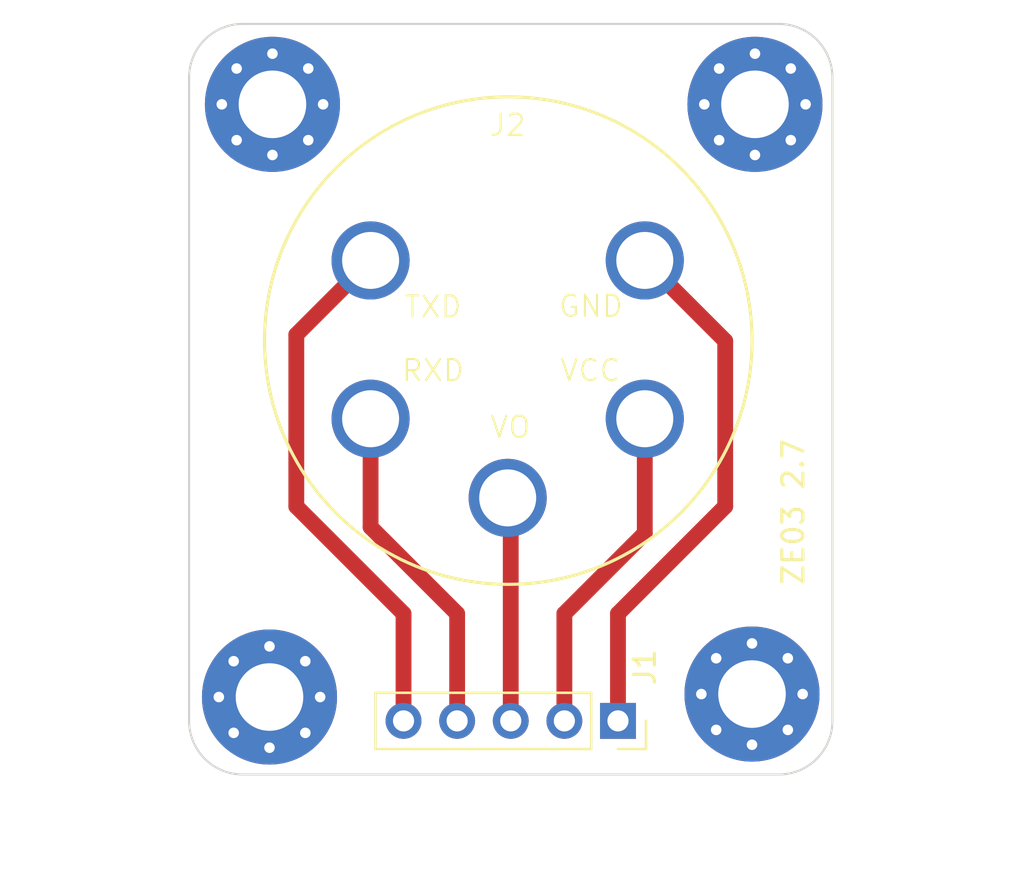
<source format=kicad_pcb>
(kicad_pcb (version 20221018) (generator pcbnew)
  (layers (0 "F.Cu" signal) (31 "B.Cu" signal) (34 "B.Paste" user) (35 "F.Paste" user) (36 "B.SilkS" user "B.Silkscreen") (37 "F.SilkS" user "F.Silkscreen") (38 "B.Mask" user) (39 "F.Mask" user) (44 "Edge.Cuts" user))
  (net 0 "")
  (net 1 "Net-(J1-Pin_1)")
  (net 2 "Net-(J1-Pin_2)")
  (net 3 "Net-(J1-Pin_3)")
  (net 4 "Net-(J1-Pin_4)")
  (net 5 "Net-(J1-Pin_5)")
  (footprint "sensors:ZE03 2.7" (layer "F.Cu") (at 34.1449 35.275)
    (fp_text reference "J2" (at 0 -10.16 unlocked) (layer "F.SilkS") (effects (font (thickness 0.1))))
    (fp_text value "ZE03")
    (fp_text user "VO" (at -0.894691 4.734406 unlocked) (layer "F.SilkS") (effects (font (thickness 0.1)) (justify left bottom)))
    (fp_text user "TXD" (at -4.958079 -0.969248 unlocked) (layer "F.SilkS") (effects (font (thickness 0.1)) (justify left bottom)))
    (fp_text user "GND" (at 2.354566 -0.996442 unlocked) (layer "F.SilkS") (effects (font (thickness 0.1)) (justify left bottom)))
    (fp_text user "VCC" (at 2.423121 2.050333 unlocked) (layer "F.SilkS") (effects (font (thickness 0.1)) (justify left bottom)))
    (fp_text user "RXD" (at -5.08 2.050333 unlocked) (layer "F.SilkS") (effects (font (thickness 0.1)) (justify left bottom)))
    (pad "1" thru_hole circle (at 6.4951 -3.75) (size 3.7 3.7) (drill 2.7) (layers "*.Cu" "*.Mask") (net 1 "Net-(J1-Pin_1)"))
    (pad "2" thru_hole circle (at 6.4951 3.75) (size 3.7 3.7) (drill 2.7) (layers "*.Cu" "*.Mask") (net 2 "Net-(J1-Pin_2)"))
    (pad "3" thru_hole circle (at 0 7.5) (size 3.7 3.7) (drill 2.7) (layers "*.Cu" "*.Mask") (net 3 "Net-(J1-Pin_3)"))
    (pad "4" thru_hole circle (at -6.4951 3.75) (size 3.7 3.7) (drill 2.7) (layers "*.Cu" "*.Mask") (net 4 "Net-(J1-Pin_4)"))
    (pad "5" thru_hole circle (at -6.4951 -3.75) (size 3.7 3.7) (drill 2.7) (layers "*.Cu" "*.Mask") (net 5 "Net-(J1-Pin_5)"))
  )
  (footprint "MountingHole:MountingHole_3.2mm_M3_Pad_Via" (layer "F.Cu") (at 23 24.13)
    (fp_text reference "REF**" hide)
    (fp_text value "MountingHole_3.2mm_M3_Pad_Via")
    (pad "1" thru_hole circle (at -2.4 0) (size 0.8 0.8) (drill 0.5) (layers "*.Cu" "*.Mask"))
    (pad "1" thru_hole circle (at -1.697056 -1.697056) (size 0.8 0.8) (drill 0.5) (layers "*.Cu" "*.Mask"))
    (pad "1" thru_hole circle (at -1.697056 1.697056) (size 0.8 0.8) (drill 0.5) (layers "*.Cu" "*.Mask"))
    (pad "1" thru_hole circle (at 0 -2.4) (size 0.8 0.8) (drill 0.5) (layers "*.Cu" "*.Mask"))
    (pad "1" thru_hole circle (at 0 0) (size 6.4 6.4) (drill 3.2) (layers "*.Cu" "*.Mask"))
    (pad "1" thru_hole circle (at 0 2.4) (size 0.8 0.8) (drill 0.5) (layers "*.Cu" "*.Mask"))
    (pad "1" thru_hole circle (at 1.697056 -1.697056) (size 0.8 0.8) (drill 0.5) (layers "*.Cu" "*.Mask"))
    (pad "1" thru_hole circle (at 1.697056 1.697056) (size 0.8 0.8) (drill 0.5) (layers "*.Cu" "*.Mask"))
    (pad "1" thru_hole circle (at 2.4 0) (size 0.8 0.8) (drill 0.5) (layers "*.Cu" "*.Mask"))
  )
  (footprint "MountingHole:MountingHole_3.2mm_M3_Pad_Via" (layer "F.Cu") (at 45.72 52.07)
    (fp_text reference "REF**" hide)
    (fp_text value "MountingHole_3.2mm_M3_Pad_Via")
    (pad "1" thru_hole circle (at -2.4 0) (size 0.8 0.8) (drill 0.5) (layers "*.Cu" "*.Mask"))
    (pad "1" thru_hole circle (at -1.697056 -1.697056) (size 0.8 0.8) (drill 0.5) (layers "*.Cu" "*.Mask"))
    (pad "1" thru_hole circle (at -1.697056 1.697056) (size 0.8 0.8) (drill 0.5) (layers "*.Cu" "*.Mask"))
    (pad "1" thru_hole circle (at 0 -2.4) (size 0.8 0.8) (drill 0.5) (layers "*.Cu" "*.Mask"))
    (pad "1" thru_hole circle (at 0 0) (size 6.4 6.4) (drill 3.2) (layers "*.Cu" "*.Mask"))
    (pad "1" thru_hole circle (at 0 2.4) (size 0.8 0.8) (drill 0.5) (layers "*.Cu" "*.Mask"))
    (pad "1" thru_hole circle (at 1.697056 -1.697056) (size 0.8 0.8) (drill 0.5) (layers "*.Cu" "*.Mask"))
    (pad "1" thru_hole circle (at 1.697056 1.697056) (size 0.8 0.8) (drill 0.5) (layers "*.Cu" "*.Mask"))
    (pad "1" thru_hole circle (at 2.4 0) (size 0.8 0.8) (drill 0.5) (layers "*.Cu" "*.Mask"))
  )
  (footprint "MountingHole:MountingHole_3.2mm_M3_Pad_Via" (layer "F.Cu") (at 45.86 24.13)
    (fp_text reference "REF**" hide)
    (fp_text value "MountingHole_3.2mm_M3_Pad_Via")
    (pad "1" thru_hole circle (at -2.4 0) (size 0.8 0.8) (drill 0.5) (layers "*.Cu" "*.Mask"))
    (pad "1" thru_hole circle (at -1.697056 -1.697056) (size 0.8 0.8) (drill 0.5) (layers "*.Cu" "*.Mask"))
    (pad "1" thru_hole circle (at -1.697056 1.697056) (size 0.8 0.8) (drill 0.5) (layers "*.Cu" "*.Mask"))
    (pad "1" thru_hole circle (at 0 -2.4) (size 0.8 0.8) (drill 0.5) (layers "*.Cu" "*.Mask"))
    (pad "1" thru_hole circle (at 0 0) (size 6.4 6.4) (drill 3.2) (layers "*.Cu" "*.Mask"))
    (pad "1" thru_hole circle (at 0 2.4) (size 0.8 0.8) (drill 0.5) (layers "*.Cu" "*.Mask"))
    (pad "1" thru_hole circle (at 1.697056 -1.697056) (size 0.8 0.8) (drill 0.5) (layers "*.Cu" "*.Mask"))
    (pad "1" thru_hole circle (at 1.697056 1.697056) (size 0.8 0.8) (drill 0.5) (layers "*.Cu" "*.Mask"))
    (pad "1" thru_hole circle (at 2.4 0) (size 0.8 0.8) (drill 0.5) (layers "*.Cu" "*.Mask"))
  )
  (footprint "Connector_PinSocket_2.54mm:PinSocket_1x05_P2.54mm_Vertical" (layer "F.Cu") (at 39.37 53.34 -90)
    (fp_text reference "J1" (at -2.54 -1.27 90) (layer "F.SilkS"))
    (fp_text value "Conn_01x05_Socket")
    (fp_line (start -1.33 1.27) (end -1.33 11.49) (stroke (width 0.12)) (layer "F.SilkS"))
    (fp_line (start -1.33 1.27) (end 1.33 1.27) (stroke (width 0.12)) (layer "F.SilkS"))
    (fp_line (start -1.33 11.49) (end 1.33 11.49) (stroke (width 0.12)) (layer "F.SilkS"))
    (fp_line (start 0 -1.33) (end 1.33 -1.33) (stroke (width 0.12)) (layer "F.SilkS"))
    (fp_line (start 1.33 -1.33) (end 1.33 0) (stroke (width 0.12)) (layer "F.SilkS"))
    (fp_line (start 1.33 1.27) (end 1.33 11.49) (stroke (width 0.12)) (layer "F.SilkS"))
    (pad "1" thru_hole rect (at 0 0 270) (size 1.7 1.7) (drill 1) (layers "*.Cu" "*.Mask") (net 1 "Net-(J1-Pin_1)"))
    (pad "2" thru_hole oval (at 0 2.54 270) (size 1.7 1.7) (drill 1) (layers "*.Cu" "*.Mask") (net 2 "Net-(J1-Pin_2)"))
    (pad "3" thru_hole oval (at 0 5.08 270) (size 1.7 1.7) (drill 1) (layers "*.Cu" "*.Mask") (net 3 "Net-(J1-Pin_3)"))
    (pad "4" thru_hole oval (at 0 7.62 270) (size 1.7 1.7) (drill 1) (layers "*.Cu" "*.Mask") (net 4 "Net-(J1-Pin_4)"))
    (pad "5" thru_hole oval (at 0 10.16 270) (size 1.7 1.7) (drill 1) (layers "*.Cu" "*.Mask") (net 5 "Net-(J1-Pin_5)"))
  )
  (footprint "MountingHole:MountingHole_3.2mm_M3_Pad_Via" (layer "F.Cu") (at 22.86 52.21)
    (fp_text reference "REF**" hide)
    (fp_text value "MountingHole_3.2mm_M3_Pad_Via")
    (pad "1" thru_hole circle (at -2.4 0) (size 0.8 0.8) (drill 0.5) (layers "*.Cu" "*.Mask"))
    (pad "1" thru_hole circle (at -1.697056 -1.697056) (size 0.8 0.8) (drill 0.5) (layers "*.Cu" "*.Mask"))
    (pad "1" thru_hole circle (at -1.697056 1.697056) (size 0.8 0.8) (drill 0.5) (layers "*.Cu" "*.Mask"))
    (pad "1" thru_hole circle (at 0 -2.4) (size 0.8 0.8) (drill 0.5) (layers "*.Cu" "*.Mask"))
    (pad "1" thru_hole circle (at 0 0) (size 6.4 6.4) (drill 3.2) (layers "*.Cu" "*.Mask"))
    (pad "1" thru_hole circle (at 0 2.4) (size 0.8 0.8) (drill 0.5) (layers "*.Cu" "*.Mask"))
    (pad "1" thru_hole circle (at 1.697056 -1.697056) (size 0.8 0.8) (drill 0.5) (layers "*.Cu" "*.Mask"))
    (pad "1" thru_hole circle (at 1.697056 1.697056) (size 0.8 0.8) (drill 0.5) (layers "*.Cu" "*.Mask"))
    (pad "1" thru_hole circle (at 2.4 0) (size 0.8 0.8) (drill 0.5) (layers "*.Cu" "*.Mask"))
  )
  (gr_circle (center 34.173104 35.322578) (end 45.72 35.56) (stroke (width 0.15)) (fill none) (layer "F.SilkS"))
  (gr_line (start 46.99 55.88) (end 21.59 55.88) (stroke (width 0.1)) (layer "Edge.Cuts"))
  (gr_line (start 19.05 53.34) (end 19.05 22.86) (stroke (width 0.1)) (layer "Edge.Cuts"))
  (gr_line (start 49.53 22.86) (end 49.53 53.34) (stroke (width 0.1)) (layer "Edge.Cuts"))
  (gr_arc (start 21.59 55.88) (mid 19.793949 55.136051) (end 19.05 53.34) (stroke (width 0.1)) (layer "Edge.Cuts"))
  (gr_line (start 21.59 20.32) (end 46.99 20.32) (stroke (width 0.1)) (layer "Edge.Cuts"))
  (gr_arc (start 49.53 53.34) (mid 48.786051 55.136051) (end 46.99 55.88) (stroke (width 0.1)) (layer "Edge.Cuts"))
  (gr_arc (start 19.05 22.86) (mid 19.793949 21.063949) (end 21.59 20.32) (stroke (width 0.1)) (layer "Edge.Cuts"))
  (gr_arc (start 46.99 20.32) (mid 48.786051 21.063949) (end 49.53 22.86) (stroke (width 0.1)) (layer "Edge.Cuts"))
  (gr_text "ZE03 2.7" (at 48.26 46.99 90) (layer "F.SilkS") (effects (font (size 1 1)) (justify left bottom)))
  (segment (start 44.45 35.335) (end 44.45 43.18) (width 0.75) (layer "F.Cu") (net 1))
  (segment (start 39.37 48.26) (end 39.37 53.34) (width 0.75) (layer "F.Cu") (net 1))
  (segment (start 44.45 43.18) (end 39.37 48.26) (width 0.75) (layer "F.Cu") (net 1))
  (segment (start 40.64 31.525) (end 44.45 35.335) (width 0.75) (layer "F.Cu") (net 1))
  (segment (start 40.64 39.025) (end 40.64 44.45) (width 0.75) (layer "F.Cu") (net 2))
  (segment (start 36.83 48.26) (end 36.83 53.34) (width 0.75) (layer "F.Cu") (net 2))
  (segment (start 40.64 44.45) (end 36.83 48.26) (width 0.75) (layer "F.Cu") (net 2))
  (segment (start 34.1449 42.775) (end 34.29 42.9201) (width 0.75) (layer "F.Cu") (net 3))
  (segment (start 34.29 42.9201) (end 34.29 53.34) (width 0.75) (layer "F.Cu") (net 3))
  (segment (start 27.6498 39.025) (end 27.6498 44.1598) (width 0.75) (layer "F.Cu") (net 4))
  (segment (start 31.75 48.26) (end 31.75 53.34) (width 0.75) (layer "F.Cu") (net 4))
  (segment (start 27.6498 44.1598) (end 31.75 48.26) (width 0.75) (layer "F.Cu") (net 4))
  (segment (start 24.13 43.18) (end 29.21 48.26) (width 0.75) (layer "F.Cu") (net 5))
  (segment (start 24.13 35.0448) (end 24.13 43.18) (width 0.75) (layer "F.Cu") (net 5))
  (segment (start 27.6498 31.525) (end 24.13 35.0448) (width 0.75) (layer "F.Cu") (net 5))
  (segment (start 29.21 48.26) (end 29.21 53.34) (width 0.75) (layer "F.Cu") (net 5))
)
</source>
